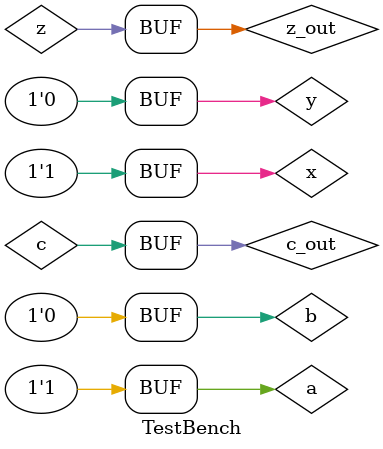
<source format=v>
module TestBench;

  // Test Procedural implementation
  reg a, b, c;
  wire c_out;

  initial begin
    a = 0;
    b = 0;
    #1 b = 1;
    #1 a = 1;
    #1 b = 0;
    #1 ;
  end

  NAND_using_mux_2_1_p dut_p(a, b, c_out);
  always @(c_out)
    c = c_out;

  // Test Behavioral implementation
  reg x, y, z;
  wire z_out;

  initial begin
    x = 0;
    y = 0;
    #1 y = 1;
    #1 x = 1;
    #1 y = 0;
    #1 ;
  end

  NAND_using_mux_2_1_b dut_b(x, y, z_out);
  always @(z_out)
    z = z_out;

  // Monitor all signals
  initial
    $monitor("a = %d, b = %d, c = %d\nx = %d, y = %d, z = %d",
             a, b, c, x, y, z);


endmodule

</source>
